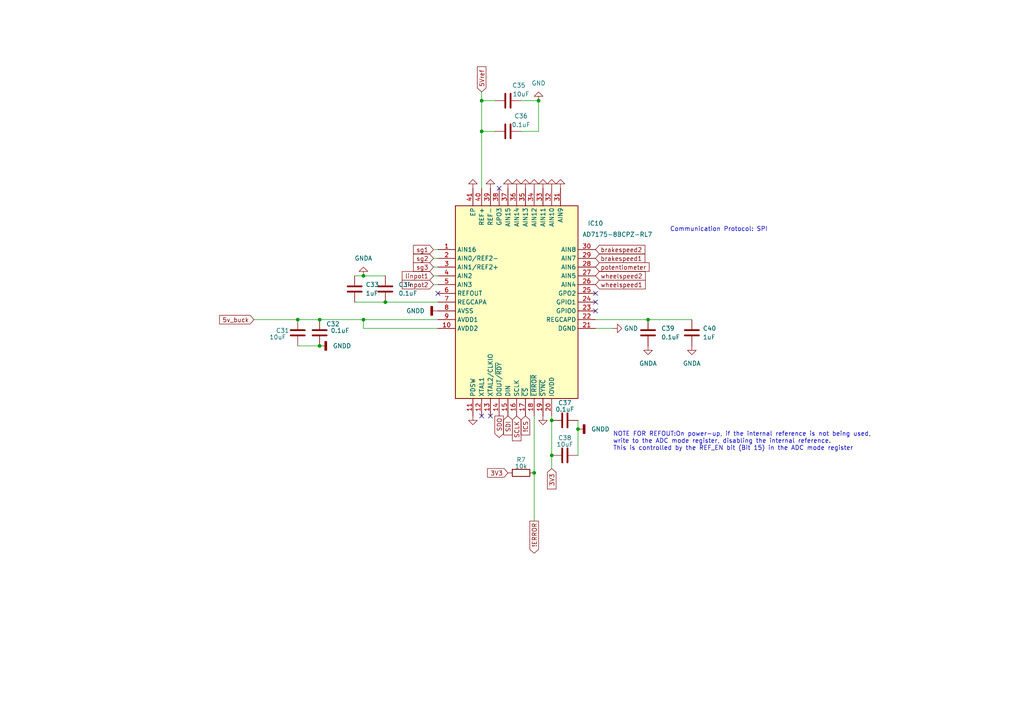
<source format=kicad_sch>
(kicad_sch (version 20230121) (generator eeschema)
  (paper "A4")
  (lib_symbols
    (symbol "21xt_symbols:AD7175-8BCPZ-RL7"
      (property "Reference" "IC" (at 41.91 17.78 0))
      (property "Value" "AD7175-8BCPZ-RL7" (at 41.91 15.24 0))
      (symbol "AD7175-8BCPZ-RL7_1_1"
        (rectangle (start 5.08 12.7) (end 40.64 -43.18) (stroke (width 0.254)) (fill (type background)))
        (pin passive line (at 0 0 0) (length 5.08) (name "AIN16") (number "1"))
        (pin passive line (at 0 -22.86 0) (length 5.08) (name "AVDD2") (number "10"))
        (pin passive line (at 10.16 -48.26 90) (length 5.08) (name "PDSW") (number "11"))
        (pin passive line (at 12.7 -48.26 90) (length 5.08) (name "XTAL1") (number "12"))
        (pin passive line (at 15.24 -48.26 90) (length 5.08) (name "XTAL2/CLKIO") (number "13"))
        (pin passive line (at 17.78 -48.26 90) (length 5.08) (name "DOUT/~{RDY}") (number "14"))
        (pin passive line (at 20.32 -48.26 90) (length 5.08) (name "DIN") (number "15"))
        (pin passive line (at 22.86 -48.26 90) (length 5.08) (name "SCLK") (number "16"))
        (pin passive line (at 25.4 -48.26 90) (length 5.08) (name "~{CS}") (number "17"))
        (pin passive line (at 27.94 -48.26 90) (length 5.08) (name "~{ERROR}") (number "18"))
        (pin passive line (at 30.48 -48.26 90) (length 5.08) (name "~{SYNC}") (number "19"))
        (pin passive line (at 0 -2.54 0) (length 5.08) (name "AIN0/REF2-") (number "2"))
        (pin passive line (at 33.02 -48.26 90) (length 5.08) (name "IOVDD") (number "20"))
        (pin passive line (at 45.72 -22.86 180) (length 5.08) (name "DGND") (number "21"))
        (pin passive line (at 45.72 -20.32 180) (length 5.08) (name "REGCAPD") (number "22"))
        (pin passive line (at 45.72 -17.78 180) (length 5.08) (name "GPIO0") (number "23"))
        (pin passive line (at 45.72 -15.24 180) (length 5.08) (name "GPIO1") (number "24"))
        (pin passive line (at 45.72 -12.7 180) (length 5.08) (name "GPO2") (number "25"))
        (pin passive line (at 45.72 -10.16 180) (length 5.08) (name "AIN4") (number "26"))
        (pin passive line (at 45.72 -7.62 180) (length 5.08) (name "AIN5") (number "27"))
        (pin passive line (at 45.72 -5.08 180) (length 5.08) (name "AIN6") (number "28"))
        (pin passive line (at 45.72 -2.54 180) (length 5.08) (name "AIN7") (number "29"))
        (pin passive line (at 0 -5.08 0) (length 5.08) (name "AIN1/REF2+") (number "3"))
        (pin passive line (at 45.72 0 180) (length 5.08) (name "AIN8") (number "30"))
        (pin passive line (at 35.56 17.78 270) (length 5.08) (name "AIN9") (number "31"))
        (pin passive line (at 33.02 17.78 270) (length 5.08) (name "AIN10") (number "32"))
        (pin passive line (at 30.48 17.78 270) (length 5.08) (name "AIN11") (number "33"))
        (pin passive line (at 27.94 17.78 270) (length 5.08) (name "AIN12") (number "34"))
        (pin passive line (at 25.4 17.78 270) (length 5.08) (name "AIN13") (number "35"))
        (pin passive line (at 22.86 17.78 270) (length 5.08) (name "AIN14") (number "36"))
        (pin passive line (at 20.32 17.78 270) (length 5.08) (name "AIN15") (number "37"))
        (pin passive line (at 17.78 17.78 270) (length 5.08) (name "GPO3") (number "38"))
        (pin passive line (at 15.24 17.78 270) (length 5.08) (name "REF-") (number "39"))
        (pin passive line (at 0 -7.62 0) (length 5.08) (name "AIN2") (number "4"))
        (pin passive line (at 12.7 17.78 270) (length 5.08) (name "REF+") (number "40"))
        (pin passive line (at 10.16 17.78 270) (length 5.08) (name "EP") (number "41"))
        (pin passive line (at 0 -10.16 0) (length 5.08) (name "AIN3") (number "5"))
        (pin passive line (at 0 -12.7 0) (length 5.08) (name "REFOUT") (number "6"))
        (pin passive line (at 0 -15.24 0) (length 5.08) (name "REGCAPA") (number "7"))
        (pin passive line (at 0 -17.78 0) (length 5.08) (name "AVSS") (number "8"))
        (pin passive line (at 0 -20.32 0) (length 5.08) (name "AVDD1") (number "9"))
      )
    )
    (symbol "Device:C" (pin_numbers hide) (pin_names (offset 0.254))
      (property "Reference" "C" (at 0.635 2.54 0))
      (property "Value" "C" (at 0.635 -2.54 0))
      (symbol "C_0_1"
        (polyline (pts (xy -2.032 -0.762) (xy 2.032 -0.762)) (stroke (width 0.508)))
        (polyline (pts (xy -2.032 0.762) (xy 2.032 0.762)) (stroke (width 0.508)))
      )
      (symbol "C_1_1"
        (pin passive line (at 0 3.81 270) (length 2.794) (name "~") (number "1"))
        (pin passive line (at 0 -3.81 90) (length 2.794) (name "~") (number "2"))
      )
    )
    (symbol "Device:R" (pin_numbers hide) (pin_names (offset 0))
      (property "Reference" "R" (at 2.032 0 90))
      (property "Value" "R" (at 0 0 90))
      (symbol "R_0_1"
        (rectangle (start -1.016 -2.54) (end 1.016 2.54) (stroke (width 0.254)))
      )
      (symbol "R_1_1"
        (pin passive line (at 0 3.81 270) (length 1.27) (name "~") (number "1"))
        (pin passive line (at 0 -3.81 90) (length 1.27) (name "~") (number "2"))
      )
    )
    (symbol "power:GND" (power) (pin_names (offset 0))
      (property "Value" "GND" (at 0 -3.81 0))
      (symbol "GND_0_1"
        (polyline (pts (xy 0 0) (xy 0 -1.27) (xy 1.27 -1.27) (xy 0 -2.54) (xy -1.27 -1.27) (xy 0 -1.27)))
      )
      (symbol "GND_1_1"
        (pin power_in line (at 0 0 270) (length 0) hide (name "GND") (number "1"))
      )
    )
    (symbol "power:GNDA" (power) (pin_names (offset 0))
      (property "Value" "GNDA" (at 0 -3.81 0))
      (symbol "GNDA_0_1"
        (polyline (pts (xy 0 0) (xy 0 -1.27) (xy 1.27 -1.27) (xy 0 -2.54) (xy -1.27 -1.27) (xy 0 -1.27)))
      )
      (symbol "GNDA_1_1"
        (pin power_in line (at 0 0 270) (length 0) hide (name "GNDA") (number "1"))
      )
    )
    (symbol "power:GNDD" (power) (pin_names (offset 0))
      (property "Value" "GNDD" (at 0 -3.175 0))
      (symbol "GNDD_0_1"
        (rectangle (start -1.27 -1.524) (end 1.27 -2.032) (stroke (width 0.254)) (fill (type outline)))
        (polyline (pts (xy 0 0) (xy 0 -1.524)))
      )
      (symbol "GNDD_1_1"
        (pin power_in line (at 0 0 270) (length 0) hide (name "GNDD") (number "1"))
      )
    )
  )
  (junction (at 160.02 121.92))
  (junction (at 92.71 92.71))
  (junction (at 92.71 100.33))
  (junction (at 105.41 92.71))
  (junction (at 111.76 87.63))
  (junction (at 167.64 124.46))
  (junction (at 105.41 80.01))
  (junction (at 156.21 29.21))
  (junction (at 139.7 29.21))
  (junction (at 154.94 137.16))
  (junction (at 139.7 38.1))
  (junction (at 86.36 92.71))
  (junction (at 160.02 132.08))
  (junction (at 187.96 92.71))
  (no_connect (at 142.24 120.65))
  (no_connect (at 172.72 85.09))
  (no_connect (at 172.72 87.63))
  (no_connect (at 144.78 54.61))
  (no_connect (at 127 85.09))
  (no_connect (at 139.7 120.65))
  (no_connect (at 172.72 90.17))
  (wire (pts (xy 125.73 80.01) (xy 127 80.01)))
  (wire (pts (xy 86.36 92.71) (xy 92.71 92.71)))
  (wire (pts (xy 156.21 29.21) (xy 151.13 29.21)))
  (wire (pts (xy 125.73 77.47) (xy 127 77.47)))
  (wire (pts (xy 172.72 95.25) (xy 177.8 95.25)))
  (wire (pts (xy 92.71 92.71) (xy 105.41 92.71)))
  (wire (pts (xy 105.41 80.01) (xy 111.76 80.01)))
  (wire (pts (xy 139.7 54.61) (xy 139.7 38.1)))
  (wire (pts (xy 111.76 87.63) (xy 127 87.63)))
  (wire (pts (xy 139.7 29.21) (xy 139.7 26.67)))
  (wire (pts (xy 105.41 95.25) (xy 127 95.25)))
  (wire (pts (xy 187.96 92.71) (xy 200.66 92.71)))
  (wire (pts (xy 139.7 29.21) (xy 143.51 29.21)))
  (wire (pts (xy 139.7 38.1) (xy 143.51 38.1)))
  (wire (pts (xy 172.72 92.71) (xy 187.96 92.71)))
  (wire (pts (xy 73.66 92.71) (xy 86.36 92.71)))
  (wire (pts (xy 151.13 38.1) (xy 156.21 38.1)))
  (wire (pts (xy 139.7 38.1) (xy 139.7 29.21)))
  (wire (pts (xy 160.02 121.92) (xy 160.02 132.08)))
  (wire (pts (xy 102.87 87.63) (xy 111.76 87.63)))
  (wire (pts (xy 125.73 82.55) (xy 127 82.55)))
  (wire (pts (xy 125.73 72.39) (xy 127 72.39)))
  (wire (pts (xy 154.94 137.16) (xy 154.94 151.13)))
  (wire (pts (xy 154.94 120.65) (xy 154.94 137.16)))
  (wire (pts (xy 167.64 121.92) (xy 167.64 124.46)))
  (wire (pts (xy 160.02 120.65) (xy 160.02 121.92)))
  (wire (pts (xy 167.64 124.46) (xy 167.64 132.08)))
  (wire (pts (xy 102.87 80.01) (xy 105.41 80.01)))
  (wire (pts (xy 105.41 92.71) (xy 127 92.71)))
  (wire (pts (xy 86.36 100.33) (xy 92.71 100.33)))
  (wire (pts (xy 156.21 38.1) (xy 156.21 29.21)))
  (wire (pts (xy 160.02 132.08) (xy 160.02 135.89)))
  (wire (pts (xy 125.73 74.93) (xy 127 74.93)))
  (wire (pts (xy 105.41 95.25) (xy 105.41 92.71)))
  (text "NOTE FOR REFOUT:On power-up, if the internal reference is not being used, \nwrite to the ADC mode register, disabling the internal reference. \nThis is controlled by the REF_EN bit (Bit 15) in the ADC mode register" (at 177.8 130.81 0) (effects (font (size 1.27 1.27)) (justify left bottom)))
  (text "Communication Protocol: SPI" (at 194.31 67.31 0) (effects (font (size 1.27 1.27)) (justify left bottom)))
  (global_label "sg1" (shape input) (at 125.73 72.39 180) (property "Intersheetrefs" "${INTERSHEET_REFS}" (effects hide)))
  (global_label "wheelspeed2" (shape input) (at 172.72 80.01 0) (property "Intersheetrefs" "${INTERSHEET_REFS}" (effects hide)))
  (global_label "3V3" (shape input) (at 160.02 135.89 270) (property "Intersheetrefs" "${INTERSHEET_REFS}" (effects hide)))
  (global_label "SDO" (shape output) (at 144.78 120.65 270) (property "Intersheetrefs" "${INTERSHEET_REFS}" (effects hide)))
  (global_label "linpot1" (shape input) (at 125.73 80.01 180) (property "Intersheetrefs" "${INTERSHEET_REFS}" (effects hide)))
  (global_label "sg2" (shape input) (at 125.73 74.93 180) (property "Intersheetrefs" "${INTERSHEET_REFS}" (effects hide)))
  (global_label "SDI" (shape input) (at 147.32 120.65 270) (property "Intersheetrefs" "${INTERSHEET_REFS}" (effects hide)))
  (global_label "brakespeed2" (shape input) (at 172.72 72.39 0) (property "Intersheetrefs" "${INTERSHEET_REFS}" (effects hide)))
  (global_label "3V3" (shape input) (at 147.32 137.16 180) (property "Intersheetrefs" "${INTERSHEET_REFS}" (effects hide)))
  (global_label "!ERROR" (shape output) (at 154.94 151.13 270) (property "Intersheetrefs" "${INTERSHEET_REFS}" (effects hide)))
  (global_label "potentiometer" (shape input) (at 172.72 77.47 0) (property "Intersheetrefs" "${INTERSHEET_REFS}" (effects hide)))
  (global_label "sg3" (shape input) (at 125.73 77.47 180) (property "Intersheetrefs" "${INTERSHEET_REFS}" (effects hide)))
  (global_label "!CS" (shape input) (at 152.4 120.65 270) (property "Intersheetrefs" "${INTERSHEET_REFS}" (effects hide)))
  (global_label "5v_buck" (shape input) (at 73.66 92.71 180) (property "Intersheetrefs" "${INTERSHEET_REFS}" (effects hide)))
  (global_label "5Vref" (shape input) (at 139.7 26.67 90) (property "Intersheetrefs" "${INTERSHEET_REFS}" (effects hide)))
  (global_label "wheelspeed1" (shape input) (at 172.72 82.55 0) (property "Intersheetrefs" "${INTERSHEET_REFS}" (effects hide)))
  (global_label "brakespeed1" (shape input) (at 172.72 74.93 0) (property "Intersheetrefs" "${INTERSHEET_REFS}" (effects hide)))
  (global_label "linpot2" (shape input) (at 125.73 82.55 180) (property "Intersheetrefs" "${INTERSHEET_REFS}" (effects hide)))
  (global_label "SCLK" (shape input) (at 149.86 120.65 270) (property "Intersheetrefs" "${INTERSHEET_REFS}" (effects hide)))
  (symbol (lib_id "power:GNDD") (at 167.64 124.46 90) (unit 1)
    (property "Reference" "#PWR047" (effects hide))
    (property "Value" "GNDD" (at 171.45 124.46 90) (effects (justify right)))
  )
  (symbol (lib_id "power:GND") (at 142.24 54.61 180) (unit 1)
    (property "Reference" "#PWR054" (effects hide))
    (property "Value" "GND" (effects hide))
  )
  (symbol (lib_id "power:GND") (at 149.86 54.61 180) (unit 1)
    (property "Reference" "#PWR038" (effects hide))
    (property "Value" "GND" (effects hide))
  )
  (symbol (lib_id "power:GNDA") (at 187.96 100.33 0) (unit 1)
    (property "Reference" "#PWR057" (effects hide))
    (property "Value" "GNDA" (at 187.96 105.41 0))
  )
  (symbol (lib_id "power:GND") (at 156.21 29.21 180) (unit 1)
    (property "Reference" "#PWR055" (effects hide))
    (property "Value" "GND" (at 156.21 24.13 0))
  )
  (symbol (lib_id "power:GNDA") (at 200.66 100.33 0) (unit 1)
    (property "Reference" "#PWR059" (effects hide))
    (property "Value" "GNDA" (at 200.66 105.41 0))
  )
  (symbol (lib_id "Device:C") (at 147.32 29.21 90) (unit 1)
    (property "Reference" "C35" (at 150.495 24.765 90))
    (property "Value" "10uF" (at 151.13 27.305 90))
    (property "Footprint" "Capacitor_SMD:C_0603_1608Metric" (effects hide))
  )
  (symbol (lib_id "power:GND") (at 147.32 54.61 180) (unit 1)
    (property "Reference" "#PWR037" (effects hide))
    (property "Value" "GND" (effects hide))
  )
  (symbol (lib_id "power:GND") (at 160.02 54.61 180) (unit 1)
    (property "Reference" "#PWR048" (effects hide))
    (property "Value" "GND" (effects hide))
  )
  (symbol (lib_id "power:GNDD") (at 127 90.17 270) (unit 1)
    (property "Reference" "#PWR046" (effects hide))
    (property "Value" "GNDD" (at 123.19 90.17 90) (effects (justify right)))
  )
  (symbol (lib_id "power:GND") (at 137.16 54.61 180) (unit 1)
    (property "Reference" "#PWR052" (effects hide))
    (property "Value" "GND" (effects hide))
  )
  (symbol (lib_id "Device:C") (at 86.36 96.52 0) (unit 1)
    (property "Reference" "C31" (at 80.01 95.885 0) (effects (justify left)))
    (property "Value" "10uF" (at 78.105 97.79 0) (effects (justify left)))
    (property "Footprint" "Capacitor_SMD:C_0603_1608Metric" (effects hide))
  )
  (symbol (lib_id "power:GND") (at 157.48 54.61 180) (unit 1)
    (property "Reference" "#PWR045" (effects hide))
    (property "Value" "GND" (effects hide))
  )
  (symbol (lib_id "Device:C") (at 92.71 96.52 0) (unit 1)
    (property "Reference" "C32" (at 94.615 93.98 0) (effects (justify left)))
    (property "Value" "0.1uF" (at 95.885 95.885 0) (effects (justify left)))
    (property "Footprint" "Capacitor_SMD:C_0603_1608Metric" (effects hide))
  )
  (symbol (lib_id "Device:C") (at 147.32 38.1 90) (unit 1)
    (property "Reference" "C36" (at 151.13 33.655 90))
    (property "Value" "0.1uF" (at 151.13 36.195 90))
    (property "Footprint" "Capacitor_SMD:C_0603_1608Metric" (effects hide))
  )
  (symbol (lib_id "21xt_symbols:AD7175-8BCPZ-RL7") (at 127 72.39 0) (unit 1)
    (property "Reference" "IC10" (at 172.72 64.77 0))
    (property "Value" "AD7175-8BCPZ-RL7" (at 179.07 68.0019 0))
    (property "Footprint" "21xt_footprints:QFN50P600X600X80-41N-D" (effects hide))
    (property "Datasheet" "https://componentsearchengine.com/Datasheets/2/AD7175-8BCPZ-RL7.pdf" (effects hide))
    (property "Height" "0.8" (effects hide))
    (property "Mouser Part Number" "584-AD7175-8BCPZ-RL7" (effects hide))
    (property "Mouser Price/Stock" "https://www.mouser.co.uk/ProductDetail/Analog-Devices/AD7175-8BCPZ-RL7?qs=JeIcUl65ClCxXjl02vXI6Q%3D%3D" (effects hide))
    (property "Manufacturer_Name" "Analog Devices" (effects hide))
    (property "Manufacturer_Part_Number" "AD7175-8BCPZ-RL7" (effects hide))
  )
  (symbol (lib_id "power:GNDA") (at 105.41 80.01 180) (unit 1)
    (property "Reference" "#PWR042" (effects hide))
    (property "Value" "GNDA" (at 105.41 74.93 0))
  )
  (symbol (lib_id "power:GND") (at 157.48 120.65 0) (unit 1)
    (property "Reference" "#PWR056" (effects hide))
    (property "Value" "GND" (effects hide))
  )
  (symbol (lib_id "Device:C") (at 163.83 121.92 90) (unit 1)
    (property "Reference" "C37" (at 163.83 116.84 90))
    (property "Value" "0.1uF" (at 163.83 118.745 90))
    (property "Footprint" "Capacitor_SMD:C_0603_1608Metric" (effects hide))
  )
  (symbol (lib_id "power:GNDD") (at 92.71 100.33 90) (unit 1)
    (property "Reference" "#PWR061" (effects hide))
    (property "Value" "GNDD" (at 96.52 100.33 90) (effects (justify right)))
  )
  (symbol (lib_id "Device:C") (at 200.66 96.52 0) (unit 1)
    (property "Reference" "C40" (at 203.835 95.25 0) (effects (justify left)))
    (property "Value" "1uF" (at 203.835 97.79 0) (effects (justify left)))
    (property "Footprint" "Capacitor_SMD:C_0603_1608Metric" (effects hide))
  )
  (symbol (lib_id "power:GND") (at 137.16 120.65 0) (unit 1)
    (property "Reference" "#PWR053" (effects hide))
    (property "Value" "GND" (effects hide))
  )
  (symbol (lib_id "power:GND") (at 177.8 95.25 90) (unit 1)
    (property "Reference" "#PWR060" (effects hide))
    (property "Value" "GND" (at 180.975 95.25 90) (effects (justify right)))
  )
  (symbol (lib_id "Device:C") (at 102.87 83.82 0) (unit 1)
    (property "Reference" "C33" (at 106.045 82.55 0) (effects (justify left)))
    (property "Value" "1uF" (at 106.045 85.09 0) (effects (justify left)))
    (property "Footprint" "Capacitor_SMD:C_0603_1608Metric" (effects hide))
  )
  (symbol (lib_id "Device:R") (at 151.13 137.16 90) (unit 1)
    (property "Reference" "R7" (at 151.13 133.35 90))
    (property "Value" "10k" (at 151.13 135.255 90))
    (property "Footprint" "Resistor_SMD:R_0603_1608Metric" (effects hide))
  )
  (symbol (lib_id "Device:C") (at 163.83 132.08 90) (unit 1)
    (property "Reference" "C38" (at 163.83 127 90))
    (property "Value" "10uF" (at 163.83 128.905 90))
    (property "Footprint" "Capacitor_SMD:C_0603_1608Metric" (effects hide))
  )
  (symbol (lib_id "power:GND") (at 162.56 54.61 180) (unit 1)
    (property "Reference" "#PWR049" (effects hide))
    (property "Value" "GND" (effects hide))
  )
  (symbol (lib_id "Device:C") (at 111.76 83.82 0) (unit 1)
    (property "Reference" "C34" (at 115.57 82.55 0) (effects (justify left)))
    (property "Value" "0.1uF" (at 115.57 85.09 0) (effects (justify left)))
    (property "Footprint" "Capacitor_SMD:C_0603_1608Metric" (effects hide))
  )
  (symbol (lib_id "power:GND") (at 152.4 54.61 180) (unit 1)
    (property "Reference" "#PWR039" (effects hide))
    (property "Value" "GND" (effects hide))
  )
  (symbol (lib_id "power:GND") (at 154.94 54.61 180) (unit 1)
    (property "Reference" "#PWR044" (effects hide))
    (property "Value" "GND" (effects hide))
  )
  (symbol (lib_id "Device:C") (at 187.96 96.52 0) (unit 1)
    (property "Reference" "C39" (at 191.77 95.25 0) (effects (justify left)))
    (property "Value" "0.1uF" (at 191.77 97.79 0) (effects (justify left)))
    (property "Footprint" "Capacitor_SMD:C_0603_1608Metric" (effects hide))
  )
)
</source>
